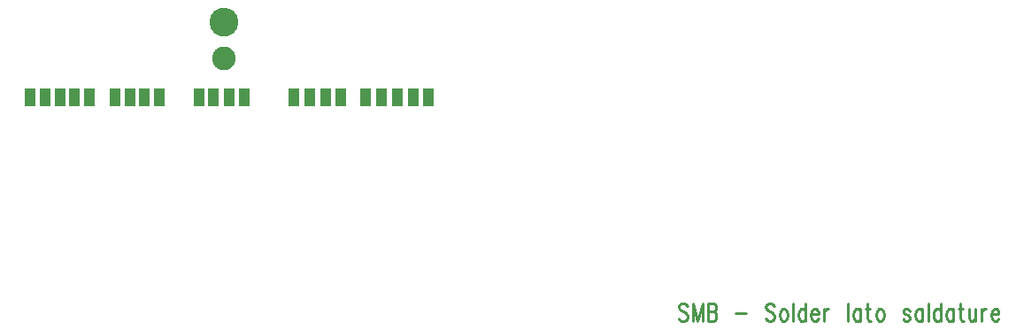
<source format=gbr>
*
*
G04 PADS VX.0 Build Number: 635560 generated Gerber (RS-274-X) file*
G04 PC Version=2.1*
*
%IN "FTC_001.pcb"*%
*
%MOIN*%
*
%FSLAX35Y35*%
*
*
*
*
G04 PC Standard Apertures*
*
*
G04 Thermal Relief Aperture macro.*
%AMTER*
1,1,$1,0,0*
1,0,$1-$2,0,0*
21,0,$3,$4,0,0,45*
21,0,$3,$4,0,0,135*
%
*
*
G04 Annular Aperture macro.*
%AMANN*
1,1,$1,0,0*
1,0,$2,0,0*
%
*
*
G04 Odd Aperture macro.*
%AMODD*
1,1,$1,0,0*
1,0,$1-0.005,0,0*
%
*
*
G04 PC Custom Aperture Macros*
*
*
*
*
*
*
G04 PC Aperture Table*
*
%ADD010C,0.01*%
%ADD040C,0.001*%
%ADD112C,0.08874*%
%ADD140C,0.10843*%
%ADD168R,0.04X0.07*%
*
*
*
*
G04 PC Circuitry*
G04 Layer Name FTC_001.pcb - circuitry*
%LPD*%
*
*
G04 PC Custom Flashes*
G04 Layer Name FTC_001.pcb - flashes*
%LPD*%
*
*
G04 PC Circuitry*
G04 Layer Name FTC_001.pcb - circuitry*
%LPD*%
*
G54D10*
G01X568142Y335940D02*
X567688Y336565D01*
X567006Y336877*
X566097*
X565415Y336565*
X564961Y335940*
Y335315*
X565188Y334690*
X565415Y334377*
X565870Y334065*
X567233Y333440*
X567688Y333127*
X567915Y332815*
X568142Y332190*
Y331252*
X567688Y330627*
X567006Y330315*
X566097*
X565415Y330627*
X564961Y331252*
X570188Y336877D02*
Y330315D01*
Y336877D02*
X572006Y330315D01*
X573824Y336877D02*
X572006Y330315D01*
X573824Y336877D02*
Y330315D01*
X575870Y336877D02*
Y330315D01*
Y336877D02*
X577915D01*
X578597Y336565*
X578824Y336252*
X579052Y335627*
Y335002*
X578824Y334377*
X578597Y334065*
X577915Y333752*
X575870D02*
X577915D01*
X578597Y333440*
X578824Y333127*
X579052Y332502*
Y331565*
X578824Y330940*
X578597Y330627*
X577915Y330315*
X575870*
X586324Y333127D02*
X590415D01*
X600870Y335940D02*
X600415Y336565D01*
X599733Y336877*
X598824*
X598142Y336565*
X597688Y335940*
Y335315*
X597915Y334690*
X598142Y334377*
X598597Y334065*
X599961Y333440*
X600415Y333127*
X600642Y332815*
X600870Y332190*
Y331252*
X600415Y330627*
X599733Y330315*
X598824*
X598142Y330627*
X597688Y331252*
X604052Y334690D02*
X603597Y334377D01*
X603142Y333752*
X602915Y332815*
Y332190*
X603142Y331252*
X603597Y330627*
X604052Y330315*
X604733*
X605188Y330627*
X605642Y331252*
X605870Y332190*
Y332815*
X605642Y333752*
X605188Y334377*
X604733Y334690*
X604052*
X607915Y336877D02*
Y330315D01*
X612688Y336877D02*
Y330315D01*
Y333752D02*
X612233Y334377D01*
X611779Y334690*
X611097*
X610642Y334377*
X610188Y333752*
X609961Y332815*
Y332190*
X610188Y331252*
X610642Y330627*
X611097Y330315*
X611779*
X612233Y330627*
X612688Y331252*
X614733Y332815D02*
X617461D01*
Y333440*
X617233Y334065*
X617006Y334377*
X616552Y334690*
X615870*
X615415Y334377*
X614961Y333752*
X614733Y332815*
Y332190*
X614961Y331252*
X615415Y330627*
X615870Y330315*
X616552*
X617006Y330627*
X617461Y331252*
X619506Y334690D02*
Y330315D01*
Y332815D02*
X619733Y333752D01*
X620188Y334377*
X620642Y334690*
X621324*
X628597Y336877D02*
Y330315D01*
X633370Y334690D02*
Y330315D01*
Y333752D02*
X632915Y334377D01*
X632461Y334690*
X631779*
X631324Y334377*
X630870Y333752*
X630642Y332815*
Y332190*
X630870Y331252*
X631324Y330627*
X631779Y330315*
X632461*
X632915Y330627*
X633370Y331252*
X636097Y336877D02*
Y331565D01*
X636324Y330627*
X636779Y330315*
X637233*
X635415Y334690D02*
X637006D01*
X640415D02*
X639961Y334377D01*
X639506Y333752*
X639279Y332815*
Y332190*
X639506Y331252*
X639961Y330627*
X640415Y330315*
X641097*
X641552Y330627*
X642006Y331252*
X642233Y332190*
Y332815*
X642006Y333752*
X641552Y334377*
X641097Y334690*
X640415*
X652006Y333752D02*
X651779Y334377D01*
X651097Y334690*
X650415*
X649733Y334377*
X649506Y333752*
X649733Y333127*
X650188Y332815*
X651324Y332502*
X651779Y332190*
X652006Y331565*
Y331252*
X651779Y330627*
X651097Y330315*
X650415*
X649733Y330627*
X649506Y331252*
X656779Y334690D02*
Y330315D01*
Y333752D02*
X656324Y334377D01*
X655870Y334690*
X655188*
X654733Y334377*
X654279Y333752*
X654052Y332815*
Y332190*
X654279Y331252*
X654733Y330627*
X655188Y330315*
X655870*
X656324Y330627*
X656779Y331252*
X658824Y336877D02*
Y330315D01*
X663597Y336877D02*
Y330315D01*
Y333752D02*
X663142Y334377D01*
X662688Y334690*
X662006*
X661552Y334377*
X661097Y333752*
X660870Y332815*
Y332190*
X661097Y331252*
X661552Y330627*
X662006Y330315*
X662688*
X663142Y330627*
X663597Y331252*
X668370Y334690D02*
Y330315D01*
Y333752D02*
X667915Y334377D01*
X667461Y334690*
X666779*
X666324Y334377*
X665870Y333752*
X665642Y332815*
Y332190*
X665870Y331252*
X666324Y330627*
X666779Y330315*
X667461*
X667915Y330627*
X668370Y331252*
X671097Y336877D02*
Y331565D01*
X671324Y330627*
X671779Y330315*
X672233*
X670415Y334690D02*
X672006D01*
X674279D02*
Y331565D01*
X674506Y330627*
X674961Y330315*
X675642*
X676097Y330627*
X676779Y331565*
Y334690D02*
Y330315D01*
X678824Y334690D02*
Y330315D01*
Y332815D02*
X679052Y333752D01*
X679506Y334377*
X679961Y334690*
X680642*
X682688Y332815D02*
X685415D01*
Y333440*
X685188Y334065*
X684961Y334377*
X684506Y334690*
X683824*
X683370Y334377*
X682915Y333752*
X682688Y332815*
Y332190*
X682915Y331252*
X683370Y330627*
X683824Y330315*
X684506*
X684961Y330627*
X685415Y331252*
G54D40*
G54D112*
X393701Y429134D03*
G54D140*
Y442913D03*
G54D168*
X447095Y414496D03*
X464812D03*
X458906D03*
X453001D03*
X470717D03*
X431855Y414510D03*
X437761D03*
X425950D03*
X420044D03*
X389764Y414567D03*
X384192D03*
X401121Y414478D03*
X395609D03*
X369291Y414567D03*
X352756D03*
X358268D03*
X363780D03*
X342913D03*
X326378D03*
X331890D03*
X337402D03*
X320472D03*
X0Y0D02*
M02*

</source>
